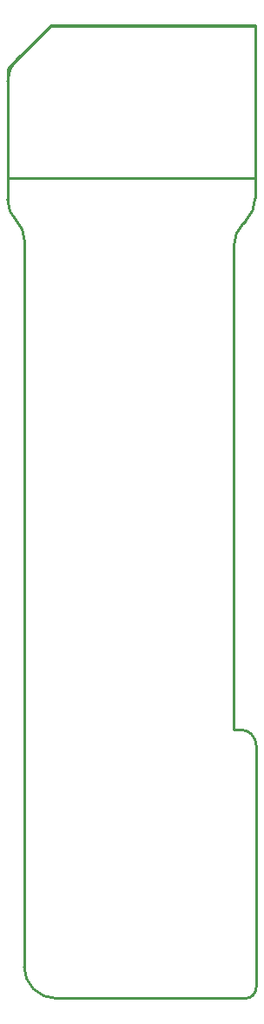
<source format=gm1>
G04*
G04 #@! TF.GenerationSoftware,Altium Limited,Altium Designer,25.2.1 (25)*
G04*
G04 Layer_Color=16711935*
%FSLAX24Y24*%
%MOIN*%
G70*
G04*
G04 #@! TF.SameCoordinates,7B2066EB-CBC2-4D7E-9A59-9876444C2551*
G04*
G04*
G04 #@! TF.FilePolarity,Positive*
G04*
G01*
G75*
%ADD14C,0.0100*%
D14*
X8815Y165D02*
G03*
X8950Y491I-327J327D01*
G01*
X8538Y50D02*
G03*
X8815Y165I0J391D01*
G01*
X8950Y9717D02*
G03*
X8750Y10200I-683J0D01*
G01*
D02*
G03*
X8388Y10350I-362J-362D01*
G01*
X396Y404D02*
G03*
X1250Y50I854J854D01*
G01*
X39Y1261D02*
G03*
X393Y407I1207J0D01*
G01*
X-246Y36083D02*
G03*
X-600Y35229I854J-854D01*
G01*
X8546Y29896D02*
G03*
X8900Y30750I-854J854D01*
G01*
X8443Y29793D02*
G03*
X8089Y28939I854J-854D01*
G01*
X39Y29165D02*
G03*
X-261Y29889I-1024J0D01*
G01*
X-600Y30707D02*
G03*
X-261Y29889I1157J0D01*
G01*
X8950Y491D02*
Y804D01*
Y9617D02*
Y9717D01*
X8089Y10350D02*
X8388D01*
X8950Y804D02*
Y9617D01*
X8350Y50D02*
X8538D01*
X1250D02*
X8350D01*
X393Y407D02*
X396Y404D01*
X39Y1261D02*
Y7689D01*
X8089Y10350D02*
X8089Y28939D01*
X-589Y35740D02*
X1061Y37390D01*
X-589Y31540D02*
X8911Y31540D01*
Y37390D01*
X-589Y31540D02*
Y35740D01*
X1061Y37390D02*
X8911D01*
X8900Y30750D02*
Y37379D01*
X-246Y36083D02*
X1050Y37379D01*
X-600Y30707D02*
Y35229D01*
X1050Y37379D02*
X8900D01*
X8443Y29793D02*
X8546Y29896D01*
X39Y7689D02*
Y29165D01*
M02*

</source>
